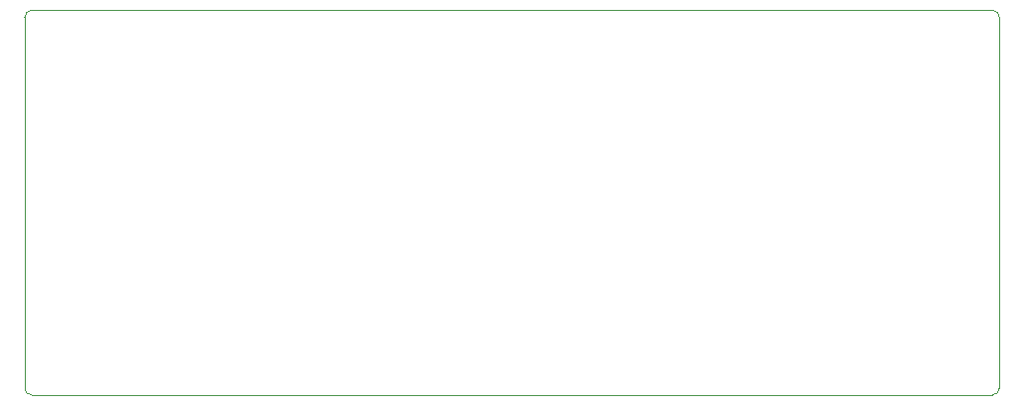
<source format=gm1>
%TF.GenerationSoftware,KiCad,Pcbnew,(6.0.11)*%
%TF.CreationDate,2024-01-05T21:55:00+00:00*%
%TF.ProjectId,RJ21_RJ45_4_LINE,524a3231-5f52-44a3-9435-5f345f4c494e,rev?*%
%TF.SameCoordinates,Original*%
%TF.FileFunction,Profile,NP*%
%FSLAX46Y46*%
G04 Gerber Fmt 4.6, Leading zero omitted, Abs format (unit mm)*
G04 Created by KiCad (PCBNEW (6.0.11)) date 2024-01-05 21:55:00*
%MOMM*%
%LPD*%
G01*
G04 APERTURE LIST*
%TA.AperFunction,Profile*%
%ADD10C,0.050000*%
%TD*%
G04 APERTURE END LIST*
D10*
X189660000Y-72280000D02*
X107871335Y-72278665D01*
X190270000Y-71670000D02*
X190280000Y-40060000D01*
X107261335Y-71668665D02*
G75*
G03*
X107871335Y-72278665I609965J-35D01*
G01*
X107261335Y-71668665D02*
X107271335Y-40061335D01*
X189670000Y-39450000D02*
X107881335Y-39451335D01*
X107881335Y-39451335D02*
G75*
G03*
X107271335Y-40061335I-35J-609965D01*
G01*
X189660000Y-72280000D02*
G75*
G03*
X190270000Y-71670000I0J610000D01*
G01*
X190280000Y-40060000D02*
G75*
G03*
X189670000Y-39450000I-610000J0D01*
G01*
M02*

</source>
